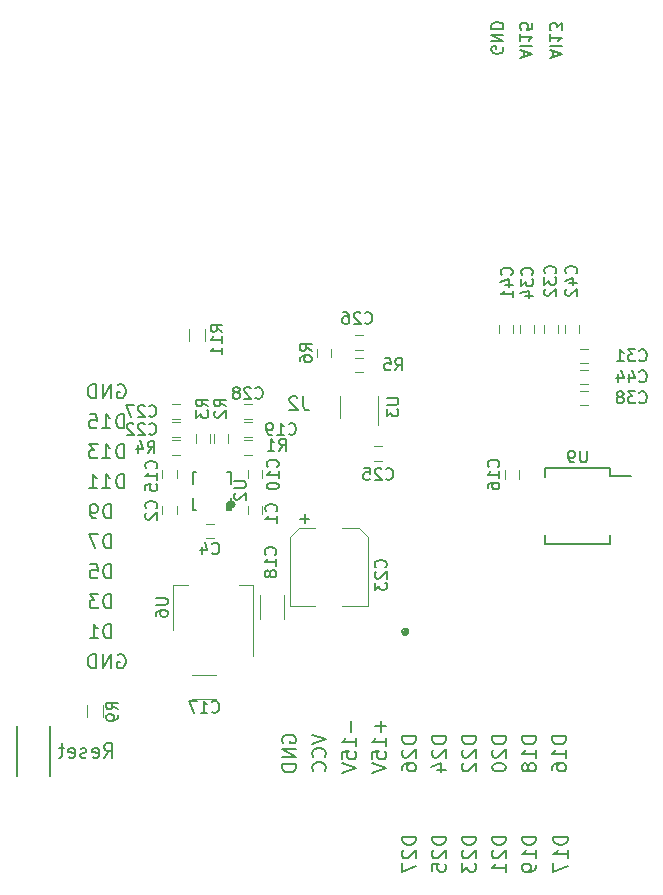
<source format=gbr>
G04 #@! TF.FileFunction,Legend,Bot*
%FSLAX46Y46*%
G04 Gerber Fmt 4.6, Leading zero omitted, Abs format (unit mm)*
G04 Created by KiCad (PCBNEW 4.0.7) date 07/05/18 17:58:30*
%MOMM*%
%LPD*%
G01*
G04 APERTURE LIST*
%ADD10C,0.050000*%
%ADD11C,0.200000*%
%ADD12C,0.150000*%
%ADD13C,0.120000*%
G04 APERTURE END LIST*
D10*
D11*
X128940000Y-119100715D02*
X128882857Y-118986429D01*
X128882857Y-118815000D01*
X128940000Y-118643572D01*
X129054286Y-118529286D01*
X129168571Y-118472143D01*
X129397143Y-118415000D01*
X129568571Y-118415000D01*
X129797143Y-118472143D01*
X129911429Y-118529286D01*
X130025714Y-118643572D01*
X130082857Y-118815000D01*
X130082857Y-118929286D01*
X130025714Y-119100715D01*
X129968571Y-119157858D01*
X129568571Y-119157858D01*
X129568571Y-118929286D01*
X130082857Y-119672143D02*
X128882857Y-119672143D01*
X130082857Y-120357858D01*
X128882857Y-120357858D01*
X130082857Y-120929286D02*
X128882857Y-120929286D01*
X128882857Y-121215001D01*
X128940000Y-121386429D01*
X129054286Y-121500715D01*
X129168571Y-121557858D01*
X129397143Y-121615001D01*
X129568571Y-121615001D01*
X129797143Y-121557858D01*
X129911429Y-121500715D01*
X130025714Y-121386429D01*
X130082857Y-121215001D01*
X130082857Y-120929286D01*
X131422857Y-118415001D02*
X132622857Y-118815001D01*
X131422857Y-119215001D01*
X132508571Y-120300715D02*
X132565714Y-120243572D01*
X132622857Y-120072143D01*
X132622857Y-119957857D01*
X132565714Y-119786429D01*
X132451429Y-119672143D01*
X132337143Y-119615000D01*
X132108571Y-119557857D01*
X131937143Y-119557857D01*
X131708571Y-119615000D01*
X131594286Y-119672143D01*
X131480000Y-119786429D01*
X131422857Y-119957857D01*
X131422857Y-120072143D01*
X131480000Y-120243572D01*
X131537143Y-120300715D01*
X132508571Y-121500715D02*
X132565714Y-121443572D01*
X132622857Y-121272143D01*
X132622857Y-121157857D01*
X132565714Y-120986429D01*
X132451429Y-120872143D01*
X132337143Y-120815000D01*
X132108571Y-120757857D01*
X131937143Y-120757857D01*
X131708571Y-120815000D01*
X131594286Y-120872143D01*
X131480000Y-120986429D01*
X131422857Y-121157857D01*
X131422857Y-121272143D01*
X131480000Y-121443572D01*
X131537143Y-121500715D01*
X134705714Y-117265715D02*
X134705714Y-118180001D01*
X135162857Y-119380001D02*
X135162857Y-118694286D01*
X135162857Y-119037144D02*
X133962857Y-119037144D01*
X134134286Y-118922858D01*
X134248571Y-118808572D01*
X134305714Y-118694286D01*
X133962857Y-120465715D02*
X133962857Y-119894286D01*
X134534286Y-119837143D01*
X134477143Y-119894286D01*
X134420000Y-120008572D01*
X134420000Y-120294286D01*
X134477143Y-120408572D01*
X134534286Y-120465715D01*
X134648571Y-120522858D01*
X134934286Y-120522858D01*
X135048571Y-120465715D01*
X135105714Y-120408572D01*
X135162857Y-120294286D01*
X135162857Y-120008572D01*
X135105714Y-119894286D01*
X135048571Y-119837143D01*
X133962857Y-120865715D02*
X135162857Y-121265715D01*
X133962857Y-121665715D01*
X137245714Y-117265715D02*
X137245714Y-118180001D01*
X137702857Y-117722858D02*
X136788571Y-117722858D01*
X137702857Y-119380001D02*
X137702857Y-118694286D01*
X137702857Y-119037144D02*
X136502857Y-119037144D01*
X136674286Y-118922858D01*
X136788571Y-118808572D01*
X136845714Y-118694286D01*
X136502857Y-120465715D02*
X136502857Y-119894286D01*
X137074286Y-119837143D01*
X137017143Y-119894286D01*
X136960000Y-120008572D01*
X136960000Y-120294286D01*
X137017143Y-120408572D01*
X137074286Y-120465715D01*
X137188571Y-120522858D01*
X137474286Y-120522858D01*
X137588571Y-120465715D01*
X137645714Y-120408572D01*
X137702857Y-120294286D01*
X137702857Y-120008572D01*
X137645714Y-119894286D01*
X137588571Y-119837143D01*
X136502857Y-120865715D02*
X137702857Y-121265715D01*
X136502857Y-121665715D01*
X153069857Y-127066857D02*
X151869857Y-127066857D01*
X151869857Y-127352572D01*
X151927000Y-127524000D01*
X152041286Y-127638286D01*
X152155571Y-127695429D01*
X152384143Y-127752572D01*
X152555571Y-127752572D01*
X152784143Y-127695429D01*
X152898429Y-127638286D01*
X153012714Y-127524000D01*
X153069857Y-127352572D01*
X153069857Y-127066857D01*
X153069857Y-128895429D02*
X153069857Y-128209714D01*
X153069857Y-128552572D02*
X151869857Y-128552572D01*
X152041286Y-128438286D01*
X152155571Y-128324000D01*
X152212714Y-128209714D01*
X151869857Y-129295429D02*
X151869857Y-130095429D01*
X153069857Y-129581143D01*
X150402857Y-127066857D02*
X149202857Y-127066857D01*
X149202857Y-127352572D01*
X149260000Y-127524000D01*
X149374286Y-127638286D01*
X149488571Y-127695429D01*
X149717143Y-127752572D01*
X149888571Y-127752572D01*
X150117143Y-127695429D01*
X150231429Y-127638286D01*
X150345714Y-127524000D01*
X150402857Y-127352572D01*
X150402857Y-127066857D01*
X150402857Y-128895429D02*
X150402857Y-128209714D01*
X150402857Y-128552572D02*
X149202857Y-128552572D01*
X149374286Y-128438286D01*
X149488571Y-128324000D01*
X149545714Y-128209714D01*
X150402857Y-129466857D02*
X150402857Y-129695429D01*
X150345714Y-129809714D01*
X150288571Y-129866857D01*
X150117143Y-129981143D01*
X149888571Y-130038286D01*
X149431429Y-130038286D01*
X149317143Y-129981143D01*
X149260000Y-129924000D01*
X149202857Y-129809714D01*
X149202857Y-129581143D01*
X149260000Y-129466857D01*
X149317143Y-129409714D01*
X149431429Y-129352571D01*
X149717143Y-129352571D01*
X149831429Y-129409714D01*
X149888571Y-129466857D01*
X149945714Y-129581143D01*
X149945714Y-129809714D01*
X149888571Y-129924000D01*
X149831429Y-129981143D01*
X149717143Y-130038286D01*
X147862857Y-127066857D02*
X146662857Y-127066857D01*
X146662857Y-127352572D01*
X146720000Y-127524000D01*
X146834286Y-127638286D01*
X146948571Y-127695429D01*
X147177143Y-127752572D01*
X147348571Y-127752572D01*
X147577143Y-127695429D01*
X147691429Y-127638286D01*
X147805714Y-127524000D01*
X147862857Y-127352572D01*
X147862857Y-127066857D01*
X146777143Y-128209714D02*
X146720000Y-128266857D01*
X146662857Y-128381143D01*
X146662857Y-128666857D01*
X146720000Y-128781143D01*
X146777143Y-128838286D01*
X146891429Y-128895429D01*
X147005714Y-128895429D01*
X147177143Y-128838286D01*
X147862857Y-128152572D01*
X147862857Y-128895429D01*
X147862857Y-130038286D02*
X147862857Y-129352571D01*
X147862857Y-129695429D02*
X146662857Y-129695429D01*
X146834286Y-129581143D01*
X146948571Y-129466857D01*
X147005714Y-129352571D01*
X145322857Y-127066857D02*
X144122857Y-127066857D01*
X144122857Y-127352572D01*
X144180000Y-127524000D01*
X144294286Y-127638286D01*
X144408571Y-127695429D01*
X144637143Y-127752572D01*
X144808571Y-127752572D01*
X145037143Y-127695429D01*
X145151429Y-127638286D01*
X145265714Y-127524000D01*
X145322857Y-127352572D01*
X145322857Y-127066857D01*
X144237143Y-128209714D02*
X144180000Y-128266857D01*
X144122857Y-128381143D01*
X144122857Y-128666857D01*
X144180000Y-128781143D01*
X144237143Y-128838286D01*
X144351429Y-128895429D01*
X144465714Y-128895429D01*
X144637143Y-128838286D01*
X145322857Y-128152572D01*
X145322857Y-128895429D01*
X144122857Y-129295429D02*
X144122857Y-130038286D01*
X144580000Y-129638286D01*
X144580000Y-129809714D01*
X144637143Y-129924000D01*
X144694286Y-129981143D01*
X144808571Y-130038286D01*
X145094286Y-130038286D01*
X145208571Y-129981143D01*
X145265714Y-129924000D01*
X145322857Y-129809714D01*
X145322857Y-129466857D01*
X145265714Y-129352571D01*
X145208571Y-129295429D01*
X142782857Y-127066857D02*
X141582857Y-127066857D01*
X141582857Y-127352572D01*
X141640000Y-127524000D01*
X141754286Y-127638286D01*
X141868571Y-127695429D01*
X142097143Y-127752572D01*
X142268571Y-127752572D01*
X142497143Y-127695429D01*
X142611429Y-127638286D01*
X142725714Y-127524000D01*
X142782857Y-127352572D01*
X142782857Y-127066857D01*
X141697143Y-128209714D02*
X141640000Y-128266857D01*
X141582857Y-128381143D01*
X141582857Y-128666857D01*
X141640000Y-128781143D01*
X141697143Y-128838286D01*
X141811429Y-128895429D01*
X141925714Y-128895429D01*
X142097143Y-128838286D01*
X142782857Y-128152572D01*
X142782857Y-128895429D01*
X141582857Y-129981143D02*
X141582857Y-129409714D01*
X142154286Y-129352571D01*
X142097143Y-129409714D01*
X142040000Y-129524000D01*
X142040000Y-129809714D01*
X142097143Y-129924000D01*
X142154286Y-129981143D01*
X142268571Y-130038286D01*
X142554286Y-130038286D01*
X142668571Y-129981143D01*
X142725714Y-129924000D01*
X142782857Y-129809714D01*
X142782857Y-129524000D01*
X142725714Y-129409714D01*
X142668571Y-129352571D01*
X140242857Y-127066857D02*
X139042857Y-127066857D01*
X139042857Y-127352572D01*
X139100000Y-127524000D01*
X139214286Y-127638286D01*
X139328571Y-127695429D01*
X139557143Y-127752572D01*
X139728571Y-127752572D01*
X139957143Y-127695429D01*
X140071429Y-127638286D01*
X140185714Y-127524000D01*
X140242857Y-127352572D01*
X140242857Y-127066857D01*
X139157143Y-128209714D02*
X139100000Y-128266857D01*
X139042857Y-128381143D01*
X139042857Y-128666857D01*
X139100000Y-128781143D01*
X139157143Y-128838286D01*
X139271429Y-128895429D01*
X139385714Y-128895429D01*
X139557143Y-128838286D01*
X140242857Y-128152572D01*
X140242857Y-128895429D01*
X139042857Y-129295429D02*
X139042857Y-130095429D01*
X140242857Y-129581143D01*
X140242857Y-118557857D02*
X139042857Y-118557857D01*
X139042857Y-118843572D01*
X139100000Y-119015000D01*
X139214286Y-119129286D01*
X139328571Y-119186429D01*
X139557143Y-119243572D01*
X139728571Y-119243572D01*
X139957143Y-119186429D01*
X140071429Y-119129286D01*
X140185714Y-119015000D01*
X140242857Y-118843572D01*
X140242857Y-118557857D01*
X139157143Y-119700714D02*
X139100000Y-119757857D01*
X139042857Y-119872143D01*
X139042857Y-120157857D01*
X139100000Y-120272143D01*
X139157143Y-120329286D01*
X139271429Y-120386429D01*
X139385714Y-120386429D01*
X139557143Y-120329286D01*
X140242857Y-119643572D01*
X140242857Y-120386429D01*
X139042857Y-121415000D02*
X139042857Y-121186429D01*
X139100000Y-121072143D01*
X139157143Y-121015000D01*
X139328571Y-120900714D01*
X139557143Y-120843571D01*
X140014286Y-120843571D01*
X140128571Y-120900714D01*
X140185714Y-120957857D01*
X140242857Y-121072143D01*
X140242857Y-121300714D01*
X140185714Y-121415000D01*
X140128571Y-121472143D01*
X140014286Y-121529286D01*
X139728571Y-121529286D01*
X139614286Y-121472143D01*
X139557143Y-121415000D01*
X139500000Y-121300714D01*
X139500000Y-121072143D01*
X139557143Y-120957857D01*
X139614286Y-120900714D01*
X139728571Y-120843571D01*
X142782857Y-118557857D02*
X141582857Y-118557857D01*
X141582857Y-118843572D01*
X141640000Y-119015000D01*
X141754286Y-119129286D01*
X141868571Y-119186429D01*
X142097143Y-119243572D01*
X142268571Y-119243572D01*
X142497143Y-119186429D01*
X142611429Y-119129286D01*
X142725714Y-119015000D01*
X142782857Y-118843572D01*
X142782857Y-118557857D01*
X141697143Y-119700714D02*
X141640000Y-119757857D01*
X141582857Y-119872143D01*
X141582857Y-120157857D01*
X141640000Y-120272143D01*
X141697143Y-120329286D01*
X141811429Y-120386429D01*
X141925714Y-120386429D01*
X142097143Y-120329286D01*
X142782857Y-119643572D01*
X142782857Y-120386429D01*
X141982857Y-121415000D02*
X142782857Y-121415000D01*
X141525714Y-121129286D02*
X142382857Y-120843571D01*
X142382857Y-121586429D01*
X145322857Y-118557857D02*
X144122857Y-118557857D01*
X144122857Y-118843572D01*
X144180000Y-119015000D01*
X144294286Y-119129286D01*
X144408571Y-119186429D01*
X144637143Y-119243572D01*
X144808571Y-119243572D01*
X145037143Y-119186429D01*
X145151429Y-119129286D01*
X145265714Y-119015000D01*
X145322857Y-118843572D01*
X145322857Y-118557857D01*
X144237143Y-119700714D02*
X144180000Y-119757857D01*
X144122857Y-119872143D01*
X144122857Y-120157857D01*
X144180000Y-120272143D01*
X144237143Y-120329286D01*
X144351429Y-120386429D01*
X144465714Y-120386429D01*
X144637143Y-120329286D01*
X145322857Y-119643572D01*
X145322857Y-120386429D01*
X144237143Y-120843571D02*
X144180000Y-120900714D01*
X144122857Y-121015000D01*
X144122857Y-121300714D01*
X144180000Y-121415000D01*
X144237143Y-121472143D01*
X144351429Y-121529286D01*
X144465714Y-121529286D01*
X144637143Y-121472143D01*
X145322857Y-120786429D01*
X145322857Y-121529286D01*
X147862857Y-118557857D02*
X146662857Y-118557857D01*
X146662857Y-118843572D01*
X146720000Y-119015000D01*
X146834286Y-119129286D01*
X146948571Y-119186429D01*
X147177143Y-119243572D01*
X147348571Y-119243572D01*
X147577143Y-119186429D01*
X147691429Y-119129286D01*
X147805714Y-119015000D01*
X147862857Y-118843572D01*
X147862857Y-118557857D01*
X146777143Y-119700714D02*
X146720000Y-119757857D01*
X146662857Y-119872143D01*
X146662857Y-120157857D01*
X146720000Y-120272143D01*
X146777143Y-120329286D01*
X146891429Y-120386429D01*
X147005714Y-120386429D01*
X147177143Y-120329286D01*
X147862857Y-119643572D01*
X147862857Y-120386429D01*
X146662857Y-121129286D02*
X146662857Y-121243571D01*
X146720000Y-121357857D01*
X146777143Y-121415000D01*
X146891429Y-121472143D01*
X147120000Y-121529286D01*
X147405714Y-121529286D01*
X147634286Y-121472143D01*
X147748571Y-121415000D01*
X147805714Y-121357857D01*
X147862857Y-121243571D01*
X147862857Y-121129286D01*
X147805714Y-121015000D01*
X147748571Y-120957857D01*
X147634286Y-120900714D01*
X147405714Y-120843571D01*
X147120000Y-120843571D01*
X146891429Y-120900714D01*
X146777143Y-120957857D01*
X146720000Y-121015000D01*
X146662857Y-121129286D01*
X150402857Y-118557857D02*
X149202857Y-118557857D01*
X149202857Y-118843572D01*
X149260000Y-119015000D01*
X149374286Y-119129286D01*
X149488571Y-119186429D01*
X149717143Y-119243572D01*
X149888571Y-119243572D01*
X150117143Y-119186429D01*
X150231429Y-119129286D01*
X150345714Y-119015000D01*
X150402857Y-118843572D01*
X150402857Y-118557857D01*
X150402857Y-120386429D02*
X150402857Y-119700714D01*
X150402857Y-120043572D02*
X149202857Y-120043572D01*
X149374286Y-119929286D01*
X149488571Y-119815000D01*
X149545714Y-119700714D01*
X149717143Y-121072143D02*
X149660000Y-120957857D01*
X149602857Y-120900714D01*
X149488571Y-120843571D01*
X149431429Y-120843571D01*
X149317143Y-120900714D01*
X149260000Y-120957857D01*
X149202857Y-121072143D01*
X149202857Y-121300714D01*
X149260000Y-121415000D01*
X149317143Y-121472143D01*
X149431429Y-121529286D01*
X149488571Y-121529286D01*
X149602857Y-121472143D01*
X149660000Y-121415000D01*
X149717143Y-121300714D01*
X149717143Y-121072143D01*
X149774286Y-120957857D01*
X149831429Y-120900714D01*
X149945714Y-120843571D01*
X150174286Y-120843571D01*
X150288571Y-120900714D01*
X150345714Y-120957857D01*
X150402857Y-121072143D01*
X150402857Y-121300714D01*
X150345714Y-121415000D01*
X150288571Y-121472143D01*
X150174286Y-121529286D01*
X149945714Y-121529286D01*
X149831429Y-121472143D01*
X149774286Y-121415000D01*
X149717143Y-121300714D01*
X152942857Y-118557857D02*
X151742857Y-118557857D01*
X151742857Y-118843572D01*
X151800000Y-119015000D01*
X151914286Y-119129286D01*
X152028571Y-119186429D01*
X152257143Y-119243572D01*
X152428571Y-119243572D01*
X152657143Y-119186429D01*
X152771429Y-119129286D01*
X152885714Y-119015000D01*
X152942857Y-118843572D01*
X152942857Y-118557857D01*
X152942857Y-120386429D02*
X152942857Y-119700714D01*
X152942857Y-120043572D02*
X151742857Y-120043572D01*
X151914286Y-119929286D01*
X152028571Y-119815000D01*
X152085714Y-119700714D01*
X151742857Y-121415000D02*
X151742857Y-121186429D01*
X151800000Y-121072143D01*
X151857143Y-121015000D01*
X152028571Y-120900714D01*
X152257143Y-120843571D01*
X152714286Y-120843571D01*
X152828571Y-120900714D01*
X152885714Y-120957857D01*
X152942857Y-121072143D01*
X152942857Y-121300714D01*
X152885714Y-121415000D01*
X152828571Y-121472143D01*
X152714286Y-121529286D01*
X152428571Y-121529286D01*
X152314286Y-121472143D01*
X152257143Y-121415000D01*
X152200000Y-121300714D01*
X152200000Y-121072143D01*
X152257143Y-120957857D01*
X152314286Y-120900714D01*
X152428571Y-120843571D01*
X113817213Y-120367357D02*
X114217213Y-119795929D01*
X114502928Y-120367357D02*
X114502928Y-119167357D01*
X114045785Y-119167357D01*
X113931499Y-119224500D01*
X113874356Y-119281643D01*
X113817213Y-119395929D01*
X113817213Y-119567357D01*
X113874356Y-119681643D01*
X113931499Y-119738786D01*
X114045785Y-119795929D01*
X114502928Y-119795929D01*
X112845785Y-120310214D02*
X112960071Y-120367357D01*
X113188642Y-120367357D01*
X113302928Y-120310214D01*
X113360071Y-120195929D01*
X113360071Y-119738786D01*
X113302928Y-119624500D01*
X113188642Y-119567357D01*
X112960071Y-119567357D01*
X112845785Y-119624500D01*
X112788642Y-119738786D01*
X112788642Y-119853071D01*
X113360071Y-119967357D01*
X112331500Y-120310214D02*
X112217214Y-120367357D01*
X111988642Y-120367357D01*
X111874357Y-120310214D01*
X111817214Y-120195929D01*
X111817214Y-120138786D01*
X111874357Y-120024500D01*
X111988642Y-119967357D01*
X112160071Y-119967357D01*
X112274357Y-119910214D01*
X112331500Y-119795929D01*
X112331500Y-119738786D01*
X112274357Y-119624500D01*
X112160071Y-119567357D01*
X111988642Y-119567357D01*
X111874357Y-119624500D01*
X110845785Y-120310214D02*
X110960071Y-120367357D01*
X111188642Y-120367357D01*
X111302928Y-120310214D01*
X111360071Y-120195929D01*
X111360071Y-119738786D01*
X111302928Y-119624500D01*
X111188642Y-119567357D01*
X110960071Y-119567357D01*
X110845785Y-119624500D01*
X110788642Y-119738786D01*
X110788642Y-119853071D01*
X111360071Y-119967357D01*
X110445785Y-119567357D02*
X109988642Y-119567357D01*
X110274357Y-119167357D02*
X110274357Y-120195929D01*
X110217214Y-120310214D01*
X110102928Y-120367357D01*
X109988642Y-120367357D01*
X130702000Y-89766857D02*
X130702000Y-90624000D01*
X130759142Y-90795429D01*
X130873428Y-90909714D01*
X131044857Y-90966857D01*
X131159142Y-90966857D01*
X130187714Y-89881143D02*
X130130571Y-89824000D01*
X130016285Y-89766857D01*
X129730571Y-89766857D01*
X129616285Y-89824000D01*
X129559142Y-89881143D01*
X129501999Y-89995429D01*
X129501999Y-90109714D01*
X129559142Y-90281143D01*
X130244856Y-90966857D01*
X129501999Y-90966857D01*
D12*
X139602981Y-109728000D02*
G75*
G03X139602981Y-109728000I-283981J0D01*
G01*
X139498605Y-109728000D02*
G75*
G03X139498605Y-109728000I-179605J0D01*
G01*
X124870981Y-98933000D02*
G75*
G03X124870981Y-98933000I-283981J0D01*
G01*
X124714000Y-98933000D02*
G75*
G03X124714000Y-98933000I-127000J0D01*
G01*
D11*
X114960285Y-111668000D02*
X115074571Y-111610857D01*
X115246000Y-111610857D01*
X115417428Y-111668000D01*
X115531714Y-111782286D01*
X115588857Y-111896571D01*
X115646000Y-112125143D01*
X115646000Y-112296571D01*
X115588857Y-112525143D01*
X115531714Y-112639429D01*
X115417428Y-112753714D01*
X115246000Y-112810857D01*
X115131714Y-112810857D01*
X114960285Y-112753714D01*
X114903142Y-112696571D01*
X114903142Y-112296571D01*
X115131714Y-112296571D01*
X114388857Y-112810857D02*
X114388857Y-111610857D01*
X113703142Y-112810857D01*
X113703142Y-111610857D01*
X113131714Y-112810857D02*
X113131714Y-111610857D01*
X112845999Y-111610857D01*
X112674571Y-111668000D01*
X112560285Y-111782286D01*
X112503142Y-111896571D01*
X112445999Y-112125143D01*
X112445999Y-112296571D01*
X112503142Y-112525143D01*
X112560285Y-112639429D01*
X112674571Y-112753714D01*
X112845999Y-112810857D01*
X113131714Y-112810857D01*
X114423714Y-110270857D02*
X114423714Y-109070857D01*
X114137999Y-109070857D01*
X113966571Y-109128000D01*
X113852285Y-109242286D01*
X113795142Y-109356571D01*
X113737999Y-109585143D01*
X113737999Y-109756571D01*
X113795142Y-109985143D01*
X113852285Y-110099429D01*
X113966571Y-110213714D01*
X114137999Y-110270857D01*
X114423714Y-110270857D01*
X112595142Y-110270857D02*
X113280857Y-110270857D01*
X112937999Y-110270857D02*
X112937999Y-109070857D01*
X113052285Y-109242286D01*
X113166571Y-109356571D01*
X113280857Y-109413714D01*
X114423714Y-107730857D02*
X114423714Y-106530857D01*
X114137999Y-106530857D01*
X113966571Y-106588000D01*
X113852285Y-106702286D01*
X113795142Y-106816571D01*
X113737999Y-107045143D01*
X113737999Y-107216571D01*
X113795142Y-107445143D01*
X113852285Y-107559429D01*
X113966571Y-107673714D01*
X114137999Y-107730857D01*
X114423714Y-107730857D01*
X113337999Y-106530857D02*
X112595142Y-106530857D01*
X112995142Y-106988000D01*
X112823714Y-106988000D01*
X112709428Y-107045143D01*
X112652285Y-107102286D01*
X112595142Y-107216571D01*
X112595142Y-107502286D01*
X112652285Y-107616571D01*
X112709428Y-107673714D01*
X112823714Y-107730857D01*
X113166571Y-107730857D01*
X113280857Y-107673714D01*
X113337999Y-107616571D01*
X114423714Y-105190857D02*
X114423714Y-103990857D01*
X114137999Y-103990857D01*
X113966571Y-104048000D01*
X113852285Y-104162286D01*
X113795142Y-104276571D01*
X113737999Y-104505143D01*
X113737999Y-104676571D01*
X113795142Y-104905143D01*
X113852285Y-105019429D01*
X113966571Y-105133714D01*
X114137999Y-105190857D01*
X114423714Y-105190857D01*
X112652285Y-103990857D02*
X113223714Y-103990857D01*
X113280857Y-104562286D01*
X113223714Y-104505143D01*
X113109428Y-104448000D01*
X112823714Y-104448000D01*
X112709428Y-104505143D01*
X112652285Y-104562286D01*
X112595142Y-104676571D01*
X112595142Y-104962286D01*
X112652285Y-105076571D01*
X112709428Y-105133714D01*
X112823714Y-105190857D01*
X113109428Y-105190857D01*
X113223714Y-105133714D01*
X113280857Y-105076571D01*
X114423714Y-102650857D02*
X114423714Y-101450857D01*
X114137999Y-101450857D01*
X113966571Y-101508000D01*
X113852285Y-101622286D01*
X113795142Y-101736571D01*
X113737999Y-101965143D01*
X113737999Y-102136571D01*
X113795142Y-102365143D01*
X113852285Y-102479429D01*
X113966571Y-102593714D01*
X114137999Y-102650857D01*
X114423714Y-102650857D01*
X113337999Y-101450857D02*
X112537999Y-101450857D01*
X113052285Y-102650857D01*
X114423714Y-100110857D02*
X114423714Y-98910857D01*
X114137999Y-98910857D01*
X113966571Y-98968000D01*
X113852285Y-99082286D01*
X113795142Y-99196571D01*
X113737999Y-99425143D01*
X113737999Y-99596571D01*
X113795142Y-99825143D01*
X113852285Y-99939429D01*
X113966571Y-100053714D01*
X114137999Y-100110857D01*
X114423714Y-100110857D01*
X113166571Y-100110857D02*
X112937999Y-100110857D01*
X112823714Y-100053714D01*
X112766571Y-99996571D01*
X112652285Y-99825143D01*
X112595142Y-99596571D01*
X112595142Y-99139429D01*
X112652285Y-99025143D01*
X112709428Y-98968000D01*
X112823714Y-98910857D01*
X113052285Y-98910857D01*
X113166571Y-98968000D01*
X113223714Y-99025143D01*
X113280857Y-99139429D01*
X113280857Y-99425143D01*
X113223714Y-99539429D01*
X113166571Y-99596571D01*
X113052285Y-99653714D01*
X112823714Y-99653714D01*
X112709428Y-99596571D01*
X112652285Y-99539429D01*
X112595142Y-99425143D01*
X115503143Y-97570857D02*
X115503143Y-96370857D01*
X115217428Y-96370857D01*
X115046000Y-96428000D01*
X114931714Y-96542286D01*
X114874571Y-96656571D01*
X114817428Y-96885143D01*
X114817428Y-97056571D01*
X114874571Y-97285143D01*
X114931714Y-97399429D01*
X115046000Y-97513714D01*
X115217428Y-97570857D01*
X115503143Y-97570857D01*
X113674571Y-97570857D02*
X114360286Y-97570857D01*
X114017428Y-97570857D02*
X114017428Y-96370857D01*
X114131714Y-96542286D01*
X114246000Y-96656571D01*
X114360286Y-96713714D01*
X112531714Y-97570857D02*
X113217429Y-97570857D01*
X112874571Y-97570857D02*
X112874571Y-96370857D01*
X112988857Y-96542286D01*
X113103143Y-96656571D01*
X113217429Y-96713714D01*
X115503143Y-95030857D02*
X115503143Y-93830857D01*
X115217428Y-93830857D01*
X115046000Y-93888000D01*
X114931714Y-94002286D01*
X114874571Y-94116571D01*
X114817428Y-94345143D01*
X114817428Y-94516571D01*
X114874571Y-94745143D01*
X114931714Y-94859429D01*
X115046000Y-94973714D01*
X115217428Y-95030857D01*
X115503143Y-95030857D01*
X113674571Y-95030857D02*
X114360286Y-95030857D01*
X114017428Y-95030857D02*
X114017428Y-93830857D01*
X114131714Y-94002286D01*
X114246000Y-94116571D01*
X114360286Y-94173714D01*
X113274571Y-93830857D02*
X112531714Y-93830857D01*
X112931714Y-94288000D01*
X112760286Y-94288000D01*
X112646000Y-94345143D01*
X112588857Y-94402286D01*
X112531714Y-94516571D01*
X112531714Y-94802286D01*
X112588857Y-94916571D01*
X112646000Y-94973714D01*
X112760286Y-95030857D01*
X113103143Y-95030857D01*
X113217429Y-94973714D01*
X113274571Y-94916571D01*
X115503143Y-92490857D02*
X115503143Y-91290857D01*
X115217428Y-91290857D01*
X115046000Y-91348000D01*
X114931714Y-91462286D01*
X114874571Y-91576571D01*
X114817428Y-91805143D01*
X114817428Y-91976571D01*
X114874571Y-92205143D01*
X114931714Y-92319429D01*
X115046000Y-92433714D01*
X115217428Y-92490857D01*
X115503143Y-92490857D01*
X113674571Y-92490857D02*
X114360286Y-92490857D01*
X114017428Y-92490857D02*
X114017428Y-91290857D01*
X114131714Y-91462286D01*
X114246000Y-91576571D01*
X114360286Y-91633714D01*
X112588857Y-91290857D02*
X113160286Y-91290857D01*
X113217429Y-91862286D01*
X113160286Y-91805143D01*
X113046000Y-91748000D01*
X112760286Y-91748000D01*
X112646000Y-91805143D01*
X112588857Y-91862286D01*
X112531714Y-91976571D01*
X112531714Y-92262286D01*
X112588857Y-92376571D01*
X112646000Y-92433714D01*
X112760286Y-92490857D01*
X113046000Y-92490857D01*
X113160286Y-92433714D01*
X113217429Y-92376571D01*
X114960285Y-88808000D02*
X115074571Y-88750857D01*
X115246000Y-88750857D01*
X115417428Y-88808000D01*
X115531714Y-88922286D01*
X115588857Y-89036571D01*
X115646000Y-89265143D01*
X115646000Y-89436571D01*
X115588857Y-89665143D01*
X115531714Y-89779429D01*
X115417428Y-89893714D01*
X115246000Y-89950857D01*
X115131714Y-89950857D01*
X114960285Y-89893714D01*
X114903142Y-89836571D01*
X114903142Y-89436571D01*
X115131714Y-89436571D01*
X114388857Y-89950857D02*
X114388857Y-88750857D01*
X113703142Y-89950857D01*
X113703142Y-88750857D01*
X113131714Y-89950857D02*
X113131714Y-88750857D01*
X112845999Y-88750857D01*
X112674571Y-88808000D01*
X112560285Y-88922286D01*
X112503142Y-89036571D01*
X112445999Y-89265143D01*
X112445999Y-89436571D01*
X112503142Y-89665143D01*
X112560285Y-89779429D01*
X112674571Y-89893714D01*
X112845999Y-89950857D01*
X113131714Y-89950857D01*
X147566000Y-60197904D02*
X147613619Y-60293142D01*
X147613619Y-60435999D01*
X147566000Y-60578857D01*
X147470762Y-60674095D01*
X147375524Y-60721714D01*
X147185048Y-60769333D01*
X147042190Y-60769333D01*
X146851714Y-60721714D01*
X146756476Y-60674095D01*
X146661238Y-60578857D01*
X146613619Y-60435999D01*
X146613619Y-60340761D01*
X146661238Y-60197904D01*
X146708857Y-60150285D01*
X147042190Y-60150285D01*
X147042190Y-60340761D01*
X146613619Y-59721714D02*
X147613619Y-59721714D01*
X146613619Y-59150285D01*
X147613619Y-59150285D01*
X146613619Y-58674095D02*
X147613619Y-58674095D01*
X147613619Y-58436000D01*
X147566000Y-58293142D01*
X147470762Y-58197904D01*
X147375524Y-58150285D01*
X147185048Y-58102666D01*
X147042190Y-58102666D01*
X146851714Y-58150285D01*
X146756476Y-58197904D01*
X146661238Y-58293142D01*
X146613619Y-58436000D01*
X146613619Y-58674095D01*
X151843333Y-61028571D02*
X151843333Y-60552380D01*
X151557619Y-61123809D02*
X152557619Y-60790476D01*
X151557619Y-60457142D01*
X151557619Y-60123809D02*
X152557619Y-60123809D01*
X151557619Y-59123809D02*
X151557619Y-59695238D01*
X151557619Y-59409524D02*
X152557619Y-59409524D01*
X152414762Y-59504762D01*
X152319524Y-59600000D01*
X152271905Y-59695238D01*
X152557619Y-58790476D02*
X152557619Y-58171428D01*
X152176667Y-58504762D01*
X152176667Y-58361904D01*
X152129048Y-58266666D01*
X152081429Y-58219047D01*
X151986190Y-58171428D01*
X151748095Y-58171428D01*
X151652857Y-58219047D01*
X151605238Y-58266666D01*
X151557619Y-58361904D01*
X151557619Y-58647619D01*
X151605238Y-58742857D01*
X151652857Y-58790476D01*
X149353333Y-61008571D02*
X149353333Y-60532380D01*
X149067619Y-61103809D02*
X150067619Y-60770476D01*
X149067619Y-60437142D01*
X149067619Y-60103809D02*
X150067619Y-60103809D01*
X149067619Y-59103809D02*
X149067619Y-59675238D01*
X149067619Y-59389524D02*
X150067619Y-59389524D01*
X149924762Y-59484762D01*
X149829524Y-59580000D01*
X149781905Y-59675238D01*
X150067619Y-58199047D02*
X150067619Y-58675238D01*
X149591429Y-58722857D01*
X149639048Y-58675238D01*
X149686667Y-58580000D01*
X149686667Y-58341904D01*
X149639048Y-58246666D01*
X149591429Y-58199047D01*
X149496190Y-58151428D01*
X149258095Y-58151428D01*
X149162857Y-58199047D01*
X149115238Y-58246666D01*
X149067619Y-58341904D01*
X149067619Y-58580000D01*
X149115238Y-58675238D01*
X149162857Y-58722857D01*
D12*
X124336000Y-98790000D02*
X124336000Y-99290000D01*
X124336000Y-99290000D02*
X124436000Y-99290000D01*
X124436000Y-99290000D02*
X124436000Y-98890000D01*
X124236000Y-99390000D02*
X124236000Y-98790000D01*
X124236000Y-98790000D02*
X124436000Y-98790000D01*
X121336000Y-96190000D02*
X121636000Y-96190000D01*
X121336000Y-99390000D02*
X121636000Y-99390000D01*
X124536000Y-96190000D02*
X124236000Y-96190000D01*
X124536000Y-99390000D02*
X124236000Y-99390000D01*
X121336000Y-97190000D02*
X121336000Y-96190000D01*
X124536000Y-97190000D02*
X124536000Y-96190000D01*
X121336000Y-99390000D02*
X121336000Y-98390000D01*
X124536000Y-99390000D02*
X124536000Y-98390000D01*
D13*
X119538000Y-91659000D02*
X120238000Y-91659000D01*
X120238000Y-90459000D02*
X119538000Y-90459000D01*
X126334000Y-90459000D02*
X125634000Y-90459000D01*
X125634000Y-91659000D02*
X126334000Y-91659000D01*
X154782000Y-89316000D02*
X154082000Y-89316000D01*
X154082000Y-90516000D02*
X154782000Y-90516000D01*
X148936000Y-96743000D02*
X148936000Y-96043000D01*
X147736000Y-96043000D02*
X147736000Y-96743000D01*
X125634000Y-93183000D02*
X126334000Y-93183000D01*
X126334000Y-91983000D02*
X125634000Y-91983000D01*
X119538000Y-93183000D02*
X120238000Y-93183000D01*
X120238000Y-91983000D02*
X119538000Y-91983000D01*
X112350000Y-115895500D02*
X112350000Y-116895500D01*
X113710000Y-116895500D02*
X113710000Y-115895500D01*
X123139950Y-100612650D02*
X122439950Y-100612650D01*
X122439950Y-101812650D02*
X123139950Y-101812650D01*
X154782000Y-85760000D02*
X154082000Y-85760000D01*
X154082000Y-86960000D02*
X154782000Y-86960000D01*
X151038000Y-83724000D02*
X151038000Y-84424000D01*
X152238000Y-84424000D02*
X152238000Y-83724000D01*
X149006000Y-83724000D02*
X149006000Y-84424000D01*
X150206000Y-84424000D02*
X150206000Y-83724000D01*
X147228000Y-83724000D02*
X147228000Y-84424000D01*
X148428000Y-84424000D02*
X148428000Y-83724000D01*
X152816000Y-83724000D02*
X152816000Y-84424000D01*
X154016000Y-84424000D02*
X154016000Y-83724000D01*
X154782000Y-87538000D02*
X154082000Y-87538000D01*
X154082000Y-88738000D02*
X154782000Y-88738000D01*
X125999950Y-99084650D02*
X125999950Y-99784650D01*
X127199950Y-99784650D02*
X127199950Y-99084650D01*
X119960950Y-99784650D02*
X119960950Y-99084650D01*
X118760950Y-99084650D02*
X118760950Y-99784650D01*
X127199950Y-96736650D02*
X127199950Y-96036650D01*
X125999950Y-96036650D02*
X125999950Y-96736650D01*
X118760950Y-96036650D02*
X118760950Y-96736650D01*
X119960950Y-96736650D02*
X119960950Y-96036650D01*
X119653000Y-105786000D02*
X120913000Y-105786000D01*
X126473000Y-105786000D02*
X125213000Y-105786000D01*
X119653000Y-109546000D02*
X119653000Y-105786000D01*
X126473000Y-111796000D02*
X126473000Y-105786000D01*
X123301000Y-115383500D02*
X121301000Y-115383500D01*
X121301000Y-113343500D02*
X123301000Y-113343500D01*
X126996000Y-108632500D02*
X126996000Y-106632500D01*
X129036000Y-106632500D02*
X129036000Y-108632500D01*
D12*
X106423000Y-117724500D02*
X106423000Y-121924500D01*
X109223000Y-121924500D02*
X109223000Y-117724500D01*
D13*
X122346000Y-85082000D02*
X122346000Y-84082000D01*
X120986000Y-84082000D02*
X120986000Y-85082000D01*
X135382000Y-100967000D02*
X133962000Y-100967000D01*
X136142000Y-107567000D02*
X133962000Y-107567000D01*
X129542000Y-107567000D02*
X131722000Y-107567000D01*
X130302000Y-100967000D02*
X131722000Y-100967000D01*
X136142000Y-107567000D02*
X136142000Y-101727000D01*
X136142000Y-101727000D02*
X135382000Y-100967000D01*
X130302000Y-100967000D02*
X129542000Y-101727000D01*
X129542000Y-101727000D02*
X129542000Y-107567000D01*
D12*
X156674000Y-95855000D02*
X156674000Y-96510000D01*
X151174000Y-95855000D02*
X151174000Y-96605000D01*
X151174000Y-102265000D02*
X151174000Y-101515000D01*
X156674000Y-102265000D02*
X156674000Y-101515000D01*
X156674000Y-95855000D02*
X151174000Y-95855000D01*
X156674000Y-102265000D02*
X151174000Y-102265000D01*
X156674000Y-96510000D02*
X158424000Y-96510000D01*
D13*
X126334000Y-93507000D02*
X125634000Y-93507000D01*
X125634000Y-94707000D02*
X126334000Y-94707000D01*
X124298000Y-93695000D02*
X124298000Y-92995000D01*
X123098000Y-92995000D02*
X123098000Y-93695000D01*
X122774000Y-93695000D02*
X122774000Y-92995000D01*
X121574000Y-92995000D02*
X121574000Y-93695000D01*
X120238000Y-93507000D02*
X119538000Y-93507000D01*
X119538000Y-94707000D02*
X120238000Y-94707000D01*
X136683000Y-95215000D02*
X137383000Y-95215000D01*
X137383000Y-94015000D02*
X136683000Y-94015000D01*
X135732000Y-84617000D02*
X135032000Y-84617000D01*
X135032000Y-85817000D02*
X135732000Y-85817000D01*
X135732000Y-86522000D02*
X135032000Y-86522000D01*
X135032000Y-87722000D02*
X135732000Y-87722000D01*
X131861000Y-85756000D02*
X131861000Y-86456000D01*
X133061000Y-86456000D02*
X133061000Y-85756000D01*
X133772000Y-91578000D02*
X133772000Y-89778000D01*
X136992000Y-89778000D02*
X136992000Y-92228000D01*
D12*
X124820431Y-96970945D02*
X125629955Y-96970945D01*
X125725193Y-97018564D01*
X125772812Y-97066183D01*
X125820431Y-97161421D01*
X125820431Y-97351898D01*
X125772812Y-97447136D01*
X125725193Y-97494755D01*
X125629955Y-97542374D01*
X124820431Y-97542374D01*
X124915669Y-97970945D02*
X124868050Y-98018564D01*
X124820431Y-98113802D01*
X124820431Y-98351898D01*
X124868050Y-98447136D01*
X124915669Y-98494755D01*
X125010907Y-98542374D01*
X125106145Y-98542374D01*
X125249002Y-98494755D01*
X125820431Y-97923326D01*
X125820431Y-98542374D01*
X117628907Y-91422493D02*
X117676526Y-91470112D01*
X117819383Y-91517731D01*
X117914621Y-91517731D01*
X118057479Y-91470112D01*
X118152717Y-91374874D01*
X118200336Y-91279636D01*
X118247955Y-91089160D01*
X118247955Y-90946302D01*
X118200336Y-90755826D01*
X118152717Y-90660588D01*
X118057479Y-90565350D01*
X117914621Y-90517731D01*
X117819383Y-90517731D01*
X117676526Y-90565350D01*
X117628907Y-90612969D01*
X117247955Y-90612969D02*
X117200336Y-90565350D01*
X117105098Y-90517731D01*
X116867002Y-90517731D01*
X116771764Y-90565350D01*
X116724145Y-90612969D01*
X116676526Y-90708207D01*
X116676526Y-90803445D01*
X116724145Y-90946302D01*
X117295574Y-91517731D01*
X116676526Y-91517731D01*
X116343193Y-90517731D02*
X115676526Y-90517731D01*
X116105098Y-91517731D01*
X126626857Y-89892143D02*
X126674476Y-89939762D01*
X126817333Y-89987381D01*
X126912571Y-89987381D01*
X127055429Y-89939762D01*
X127150667Y-89844524D01*
X127198286Y-89749286D01*
X127245905Y-89558810D01*
X127245905Y-89415952D01*
X127198286Y-89225476D01*
X127150667Y-89130238D01*
X127055429Y-89035000D01*
X126912571Y-88987381D01*
X126817333Y-88987381D01*
X126674476Y-89035000D01*
X126626857Y-89082619D01*
X126245905Y-89082619D02*
X126198286Y-89035000D01*
X126103048Y-88987381D01*
X125864952Y-88987381D01*
X125769714Y-89035000D01*
X125722095Y-89082619D01*
X125674476Y-89177857D01*
X125674476Y-89273095D01*
X125722095Y-89415952D01*
X126293524Y-89987381D01*
X125674476Y-89987381D01*
X125103048Y-89415952D02*
X125198286Y-89368333D01*
X125245905Y-89320714D01*
X125293524Y-89225476D01*
X125293524Y-89177857D01*
X125245905Y-89082619D01*
X125198286Y-89035000D01*
X125103048Y-88987381D01*
X124912571Y-88987381D01*
X124817333Y-89035000D01*
X124769714Y-89082619D01*
X124722095Y-89177857D01*
X124722095Y-89225476D01*
X124769714Y-89320714D01*
X124817333Y-89368333D01*
X124912571Y-89415952D01*
X125103048Y-89415952D01*
X125198286Y-89463571D01*
X125245905Y-89511190D01*
X125293524Y-89606429D01*
X125293524Y-89796905D01*
X125245905Y-89892143D01*
X125198286Y-89939762D01*
X125103048Y-89987381D01*
X124912571Y-89987381D01*
X124817333Y-89939762D01*
X124769714Y-89892143D01*
X124722095Y-89796905D01*
X124722095Y-89606429D01*
X124769714Y-89511190D01*
X124817333Y-89463571D01*
X124912571Y-89415952D01*
X159138857Y-90273143D02*
X159186476Y-90320762D01*
X159329333Y-90368381D01*
X159424571Y-90368381D01*
X159567429Y-90320762D01*
X159662667Y-90225524D01*
X159710286Y-90130286D01*
X159757905Y-89939810D01*
X159757905Y-89796952D01*
X159710286Y-89606476D01*
X159662667Y-89511238D01*
X159567429Y-89416000D01*
X159424571Y-89368381D01*
X159329333Y-89368381D01*
X159186476Y-89416000D01*
X159138857Y-89463619D01*
X158805524Y-89368381D02*
X158186476Y-89368381D01*
X158519810Y-89749333D01*
X158376952Y-89749333D01*
X158281714Y-89796952D01*
X158234095Y-89844571D01*
X158186476Y-89939810D01*
X158186476Y-90177905D01*
X158234095Y-90273143D01*
X158281714Y-90320762D01*
X158376952Y-90368381D01*
X158662667Y-90368381D01*
X158757905Y-90320762D01*
X158805524Y-90273143D01*
X157615048Y-89796952D02*
X157710286Y-89749333D01*
X157757905Y-89701714D01*
X157805524Y-89606476D01*
X157805524Y-89558857D01*
X157757905Y-89463619D01*
X157710286Y-89416000D01*
X157615048Y-89368381D01*
X157424571Y-89368381D01*
X157329333Y-89416000D01*
X157281714Y-89463619D01*
X157234095Y-89558857D01*
X157234095Y-89606476D01*
X157281714Y-89701714D01*
X157329333Y-89749333D01*
X157424571Y-89796952D01*
X157615048Y-89796952D01*
X157710286Y-89844571D01*
X157757905Y-89892190D01*
X157805524Y-89987429D01*
X157805524Y-90177905D01*
X157757905Y-90273143D01*
X157710286Y-90320762D01*
X157615048Y-90368381D01*
X157424571Y-90368381D01*
X157329333Y-90320762D01*
X157281714Y-90273143D01*
X157234095Y-90177905D01*
X157234095Y-89987429D01*
X157281714Y-89892190D01*
X157329333Y-89844571D01*
X157424571Y-89796952D01*
X147193143Y-95750143D02*
X147240762Y-95702524D01*
X147288381Y-95559667D01*
X147288381Y-95464429D01*
X147240762Y-95321571D01*
X147145524Y-95226333D01*
X147050286Y-95178714D01*
X146859810Y-95131095D01*
X146716952Y-95131095D01*
X146526476Y-95178714D01*
X146431238Y-95226333D01*
X146336000Y-95321571D01*
X146288381Y-95464429D01*
X146288381Y-95559667D01*
X146336000Y-95702524D01*
X146383619Y-95750143D01*
X147288381Y-96702524D02*
X147288381Y-96131095D01*
X147288381Y-96416809D02*
X146288381Y-96416809D01*
X146431238Y-96321571D01*
X146526476Y-96226333D01*
X146574095Y-96131095D01*
X146288381Y-97559667D02*
X146288381Y-97369190D01*
X146336000Y-97273952D01*
X146383619Y-97226333D01*
X146526476Y-97131095D01*
X146716952Y-97083476D01*
X147097905Y-97083476D01*
X147193143Y-97131095D01*
X147240762Y-97178714D01*
X147288381Y-97273952D01*
X147288381Y-97464429D01*
X147240762Y-97559667D01*
X147193143Y-97607286D01*
X147097905Y-97654905D01*
X146859810Y-97654905D01*
X146764571Y-97607286D01*
X146716952Y-97559667D01*
X146669333Y-97464429D01*
X146669333Y-97273952D01*
X146716952Y-97178714D01*
X146764571Y-97131095D01*
X146859810Y-97083476D01*
X129439907Y-92946493D02*
X129487526Y-92994112D01*
X129630383Y-93041731D01*
X129725621Y-93041731D01*
X129868479Y-92994112D01*
X129963717Y-92898874D01*
X130011336Y-92803636D01*
X130058955Y-92613160D01*
X130058955Y-92470302D01*
X130011336Y-92279826D01*
X129963717Y-92184588D01*
X129868479Y-92089350D01*
X129725621Y-92041731D01*
X129630383Y-92041731D01*
X129487526Y-92089350D01*
X129439907Y-92136969D01*
X128487526Y-93041731D02*
X129058955Y-93041731D01*
X128773241Y-93041731D02*
X128773241Y-92041731D01*
X128868479Y-92184588D01*
X128963717Y-92279826D01*
X129058955Y-92327445D01*
X128011336Y-93041731D02*
X127820860Y-93041731D01*
X127725621Y-92994112D01*
X127678002Y-92946493D01*
X127582764Y-92803636D01*
X127535145Y-92613160D01*
X127535145Y-92232207D01*
X127582764Y-92136969D01*
X127630383Y-92089350D01*
X127725621Y-92041731D01*
X127916098Y-92041731D01*
X128011336Y-92089350D01*
X128058955Y-92136969D01*
X128106574Y-92232207D01*
X128106574Y-92470302D01*
X128058955Y-92565540D01*
X128011336Y-92613160D01*
X127916098Y-92660779D01*
X127725621Y-92660779D01*
X127630383Y-92613160D01*
X127582764Y-92565540D01*
X127535145Y-92470302D01*
X117628907Y-92946493D02*
X117676526Y-92994112D01*
X117819383Y-93041731D01*
X117914621Y-93041731D01*
X118057479Y-92994112D01*
X118152717Y-92898874D01*
X118200336Y-92803636D01*
X118247955Y-92613160D01*
X118247955Y-92470302D01*
X118200336Y-92279826D01*
X118152717Y-92184588D01*
X118057479Y-92089350D01*
X117914621Y-92041731D01*
X117819383Y-92041731D01*
X117676526Y-92089350D01*
X117628907Y-92136969D01*
X117247955Y-92136969D02*
X117200336Y-92089350D01*
X117105098Y-92041731D01*
X116867002Y-92041731D01*
X116771764Y-92089350D01*
X116724145Y-92136969D01*
X116676526Y-92232207D01*
X116676526Y-92327445D01*
X116724145Y-92470302D01*
X117295574Y-93041731D01*
X116676526Y-93041731D01*
X116295574Y-92136969D02*
X116247955Y-92089350D01*
X116152717Y-92041731D01*
X115914621Y-92041731D01*
X115819383Y-92089350D01*
X115771764Y-92136969D01*
X115724145Y-92232207D01*
X115724145Y-92327445D01*
X115771764Y-92470302D01*
X116343193Y-93041731D01*
X115724145Y-93041731D01*
X115006381Y-116292334D02*
X114530190Y-115959000D01*
X115006381Y-115720905D02*
X114006381Y-115720905D01*
X114006381Y-116101858D01*
X114054000Y-116197096D01*
X114101619Y-116244715D01*
X114196857Y-116292334D01*
X114339714Y-116292334D01*
X114434952Y-116244715D01*
X114482571Y-116197096D01*
X114530190Y-116101858D01*
X114530190Y-115720905D01*
X115006381Y-116768524D02*
X115006381Y-116959000D01*
X114958762Y-117054239D01*
X114911143Y-117101858D01*
X114768286Y-117197096D01*
X114577810Y-117244715D01*
X114196857Y-117244715D01*
X114101619Y-117197096D01*
X114054000Y-117149477D01*
X114006381Y-117054239D01*
X114006381Y-116863762D01*
X114054000Y-116768524D01*
X114101619Y-116720905D01*
X114196857Y-116673286D01*
X114434952Y-116673286D01*
X114530190Y-116720905D01*
X114577810Y-116768524D01*
X114625429Y-116863762D01*
X114625429Y-117054239D01*
X114577810Y-117149477D01*
X114530190Y-117197096D01*
X114434952Y-117244715D01*
X122956616Y-103069793D02*
X123004235Y-103117412D01*
X123147092Y-103165031D01*
X123242330Y-103165031D01*
X123385188Y-103117412D01*
X123480426Y-103022174D01*
X123528045Y-102926936D01*
X123575664Y-102736460D01*
X123575664Y-102593602D01*
X123528045Y-102403126D01*
X123480426Y-102307888D01*
X123385188Y-102212650D01*
X123242330Y-102165031D01*
X123147092Y-102165031D01*
X123004235Y-102212650D01*
X122956616Y-102260269D01*
X122099473Y-102498364D02*
X122099473Y-103165031D01*
X122337569Y-102117412D02*
X122575664Y-102831698D01*
X121956616Y-102831698D01*
X159138857Y-86717143D02*
X159186476Y-86764762D01*
X159329333Y-86812381D01*
X159424571Y-86812381D01*
X159567429Y-86764762D01*
X159662667Y-86669524D01*
X159710286Y-86574286D01*
X159757905Y-86383810D01*
X159757905Y-86240952D01*
X159710286Y-86050476D01*
X159662667Y-85955238D01*
X159567429Y-85860000D01*
X159424571Y-85812381D01*
X159329333Y-85812381D01*
X159186476Y-85860000D01*
X159138857Y-85907619D01*
X158805524Y-85812381D02*
X158186476Y-85812381D01*
X158519810Y-86193333D01*
X158376952Y-86193333D01*
X158281714Y-86240952D01*
X158234095Y-86288571D01*
X158186476Y-86383810D01*
X158186476Y-86621905D01*
X158234095Y-86717143D01*
X158281714Y-86764762D01*
X158376952Y-86812381D01*
X158662667Y-86812381D01*
X158757905Y-86764762D01*
X158805524Y-86717143D01*
X157234095Y-86812381D02*
X157805524Y-86812381D01*
X157519810Y-86812381D02*
X157519810Y-85812381D01*
X157615048Y-85955238D01*
X157710286Y-86050476D01*
X157805524Y-86098095D01*
X151995143Y-79367143D02*
X152042762Y-79319524D01*
X152090381Y-79176667D01*
X152090381Y-79081429D01*
X152042762Y-78938571D01*
X151947524Y-78843333D01*
X151852286Y-78795714D01*
X151661810Y-78748095D01*
X151518952Y-78748095D01*
X151328476Y-78795714D01*
X151233238Y-78843333D01*
X151138000Y-78938571D01*
X151090381Y-79081429D01*
X151090381Y-79176667D01*
X151138000Y-79319524D01*
X151185619Y-79367143D01*
X151090381Y-79700476D02*
X151090381Y-80319524D01*
X151471333Y-79986190D01*
X151471333Y-80129048D01*
X151518952Y-80224286D01*
X151566571Y-80271905D01*
X151661810Y-80319524D01*
X151899905Y-80319524D01*
X151995143Y-80271905D01*
X152042762Y-80224286D01*
X152090381Y-80129048D01*
X152090381Y-79843333D01*
X152042762Y-79748095D01*
X151995143Y-79700476D01*
X151185619Y-80700476D02*
X151138000Y-80748095D01*
X151090381Y-80843333D01*
X151090381Y-81081429D01*
X151138000Y-81176667D01*
X151185619Y-81224286D01*
X151280857Y-81271905D01*
X151376095Y-81271905D01*
X151518952Y-81224286D01*
X152090381Y-80652857D01*
X152090381Y-81271905D01*
X150026643Y-79494143D02*
X150074262Y-79446524D01*
X150121881Y-79303667D01*
X150121881Y-79208429D01*
X150074262Y-79065571D01*
X149979024Y-78970333D01*
X149883786Y-78922714D01*
X149693310Y-78875095D01*
X149550452Y-78875095D01*
X149359976Y-78922714D01*
X149264738Y-78970333D01*
X149169500Y-79065571D01*
X149121881Y-79208429D01*
X149121881Y-79303667D01*
X149169500Y-79446524D01*
X149217119Y-79494143D01*
X149121881Y-79827476D02*
X149121881Y-80446524D01*
X149502833Y-80113190D01*
X149502833Y-80256048D01*
X149550452Y-80351286D01*
X149598071Y-80398905D01*
X149693310Y-80446524D01*
X149931405Y-80446524D01*
X150026643Y-80398905D01*
X150074262Y-80351286D01*
X150121881Y-80256048D01*
X150121881Y-79970333D01*
X150074262Y-79875095D01*
X150026643Y-79827476D01*
X149455214Y-81303667D02*
X150121881Y-81303667D01*
X149074262Y-81065571D02*
X149788548Y-80827476D01*
X149788548Y-81446524D01*
X148312143Y-79494143D02*
X148359762Y-79446524D01*
X148407381Y-79303667D01*
X148407381Y-79208429D01*
X148359762Y-79065571D01*
X148264524Y-78970333D01*
X148169286Y-78922714D01*
X147978810Y-78875095D01*
X147835952Y-78875095D01*
X147645476Y-78922714D01*
X147550238Y-78970333D01*
X147455000Y-79065571D01*
X147407381Y-79208429D01*
X147407381Y-79303667D01*
X147455000Y-79446524D01*
X147502619Y-79494143D01*
X147740714Y-80351286D02*
X148407381Y-80351286D01*
X147359762Y-80113190D02*
X148074048Y-79875095D01*
X148074048Y-80494143D01*
X148407381Y-81398905D02*
X148407381Y-80827476D01*
X148407381Y-81113190D02*
X147407381Y-81113190D01*
X147550238Y-81017952D01*
X147645476Y-80922714D01*
X147693095Y-80827476D01*
X153773143Y-79367143D02*
X153820762Y-79319524D01*
X153868381Y-79176667D01*
X153868381Y-79081429D01*
X153820762Y-78938571D01*
X153725524Y-78843333D01*
X153630286Y-78795714D01*
X153439810Y-78748095D01*
X153296952Y-78748095D01*
X153106476Y-78795714D01*
X153011238Y-78843333D01*
X152916000Y-78938571D01*
X152868381Y-79081429D01*
X152868381Y-79176667D01*
X152916000Y-79319524D01*
X152963619Y-79367143D01*
X153201714Y-80224286D02*
X153868381Y-80224286D01*
X152820762Y-79986190D02*
X153535048Y-79748095D01*
X153535048Y-80367143D01*
X152963619Y-80700476D02*
X152916000Y-80748095D01*
X152868381Y-80843333D01*
X152868381Y-81081429D01*
X152916000Y-81176667D01*
X152963619Y-81224286D01*
X153058857Y-81271905D01*
X153154095Y-81271905D01*
X153296952Y-81224286D01*
X153868381Y-80652857D01*
X153868381Y-81271905D01*
X159138857Y-88495143D02*
X159186476Y-88542762D01*
X159329333Y-88590381D01*
X159424571Y-88590381D01*
X159567429Y-88542762D01*
X159662667Y-88447524D01*
X159710286Y-88352286D01*
X159757905Y-88161810D01*
X159757905Y-88018952D01*
X159710286Y-87828476D01*
X159662667Y-87733238D01*
X159567429Y-87638000D01*
X159424571Y-87590381D01*
X159329333Y-87590381D01*
X159186476Y-87638000D01*
X159138857Y-87685619D01*
X158281714Y-87923714D02*
X158281714Y-88590381D01*
X158519810Y-87542762D02*
X158757905Y-88257048D01*
X158138857Y-88257048D01*
X157329333Y-87923714D02*
X157329333Y-88590381D01*
X157567429Y-87542762D02*
X157805524Y-88257048D01*
X157186476Y-88257048D01*
X128373143Y-99528334D02*
X128420762Y-99480715D01*
X128468381Y-99337858D01*
X128468381Y-99242620D01*
X128420762Y-99099762D01*
X128325524Y-99004524D01*
X128230286Y-98956905D01*
X128039810Y-98909286D01*
X127896952Y-98909286D01*
X127706476Y-98956905D01*
X127611238Y-99004524D01*
X127516000Y-99099762D01*
X127468381Y-99242620D01*
X127468381Y-99337858D01*
X127516000Y-99480715D01*
X127563619Y-99528334D01*
X128468381Y-100480715D02*
X128468381Y-99909286D01*
X128468381Y-100195000D02*
X127468381Y-100195000D01*
X127611238Y-100099762D01*
X127706476Y-100004524D01*
X127754095Y-99909286D01*
X118218093Y-99267984D02*
X118265712Y-99220365D01*
X118313331Y-99077508D01*
X118313331Y-98982270D01*
X118265712Y-98839412D01*
X118170474Y-98744174D01*
X118075236Y-98696555D01*
X117884760Y-98648936D01*
X117741902Y-98648936D01*
X117551426Y-98696555D01*
X117456188Y-98744174D01*
X117360950Y-98839412D01*
X117313331Y-98982270D01*
X117313331Y-99077508D01*
X117360950Y-99220365D01*
X117408569Y-99267984D01*
X117408569Y-99648936D02*
X117360950Y-99696555D01*
X117313331Y-99791793D01*
X117313331Y-100029889D01*
X117360950Y-100125127D01*
X117408569Y-100172746D01*
X117503807Y-100220365D01*
X117599045Y-100220365D01*
X117741902Y-100172746D01*
X118313331Y-99601317D01*
X118313331Y-100220365D01*
X128500143Y-95750143D02*
X128547762Y-95702524D01*
X128595381Y-95559667D01*
X128595381Y-95464429D01*
X128547762Y-95321571D01*
X128452524Y-95226333D01*
X128357286Y-95178714D01*
X128166810Y-95131095D01*
X128023952Y-95131095D01*
X127833476Y-95178714D01*
X127738238Y-95226333D01*
X127643000Y-95321571D01*
X127595381Y-95464429D01*
X127595381Y-95559667D01*
X127643000Y-95702524D01*
X127690619Y-95750143D01*
X128595381Y-96702524D02*
X128595381Y-96131095D01*
X128595381Y-96416809D02*
X127595381Y-96416809D01*
X127738238Y-96321571D01*
X127833476Y-96226333D01*
X127881095Y-96131095D01*
X127595381Y-97321571D02*
X127595381Y-97416810D01*
X127643000Y-97512048D01*
X127690619Y-97559667D01*
X127785857Y-97607286D01*
X127976333Y-97654905D01*
X128214429Y-97654905D01*
X128404905Y-97607286D01*
X128500143Y-97559667D01*
X128547762Y-97512048D01*
X128595381Y-97416810D01*
X128595381Y-97321571D01*
X128547762Y-97226333D01*
X128500143Y-97178714D01*
X128404905Y-97131095D01*
X128214429Y-97083476D01*
X127976333Y-97083476D01*
X127785857Y-97131095D01*
X127690619Y-97178714D01*
X127643000Y-97226333D01*
X127595381Y-97321571D01*
X118213143Y-95877143D02*
X118260762Y-95829524D01*
X118308381Y-95686667D01*
X118308381Y-95591429D01*
X118260762Y-95448571D01*
X118165524Y-95353333D01*
X118070286Y-95305714D01*
X117879810Y-95258095D01*
X117736952Y-95258095D01*
X117546476Y-95305714D01*
X117451238Y-95353333D01*
X117356000Y-95448571D01*
X117308381Y-95591429D01*
X117308381Y-95686667D01*
X117356000Y-95829524D01*
X117403619Y-95877143D01*
X118308381Y-96829524D02*
X118308381Y-96258095D01*
X118308381Y-96543809D02*
X117308381Y-96543809D01*
X117451238Y-96448571D01*
X117546476Y-96353333D01*
X117594095Y-96258095D01*
X117308381Y-97734286D02*
X117308381Y-97258095D01*
X117784571Y-97210476D01*
X117736952Y-97258095D01*
X117689333Y-97353333D01*
X117689333Y-97591429D01*
X117736952Y-97686667D01*
X117784571Y-97734286D01*
X117879810Y-97781905D01*
X118117905Y-97781905D01*
X118213143Y-97734286D01*
X118260762Y-97686667D01*
X118308381Y-97591429D01*
X118308381Y-97353333D01*
X118260762Y-97258095D01*
X118213143Y-97210476D01*
X118197381Y-106870595D02*
X119006905Y-106870595D01*
X119102143Y-106918214D01*
X119149762Y-106965833D01*
X119197381Y-107061071D01*
X119197381Y-107251548D01*
X119149762Y-107346786D01*
X119102143Y-107394405D01*
X119006905Y-107442024D01*
X118197381Y-107442024D01*
X118197381Y-108346786D02*
X118197381Y-108156309D01*
X118245000Y-108061071D01*
X118292619Y-108013452D01*
X118435476Y-107918214D01*
X118625952Y-107870595D01*
X119006905Y-107870595D01*
X119102143Y-107918214D01*
X119149762Y-107965833D01*
X119197381Y-108061071D01*
X119197381Y-108251548D01*
X119149762Y-108346786D01*
X119102143Y-108394405D01*
X119006905Y-108442024D01*
X118768810Y-108442024D01*
X118673571Y-108394405D01*
X118625952Y-108346786D01*
X118578333Y-108251548D01*
X118578333Y-108061071D01*
X118625952Y-107965833D01*
X118673571Y-107918214D01*
X118768810Y-107870595D01*
X122943857Y-116470643D02*
X122991476Y-116518262D01*
X123134333Y-116565881D01*
X123229571Y-116565881D01*
X123372429Y-116518262D01*
X123467667Y-116423024D01*
X123515286Y-116327786D01*
X123562905Y-116137310D01*
X123562905Y-115994452D01*
X123515286Y-115803976D01*
X123467667Y-115708738D01*
X123372429Y-115613500D01*
X123229571Y-115565881D01*
X123134333Y-115565881D01*
X122991476Y-115613500D01*
X122943857Y-115661119D01*
X121991476Y-116565881D02*
X122562905Y-116565881D01*
X122277191Y-116565881D02*
X122277191Y-115565881D01*
X122372429Y-115708738D01*
X122467667Y-115803976D01*
X122562905Y-115851595D01*
X121658143Y-115565881D02*
X120991476Y-115565881D01*
X121420048Y-116565881D01*
X128309643Y-103179643D02*
X128357262Y-103132024D01*
X128404881Y-102989167D01*
X128404881Y-102893929D01*
X128357262Y-102751071D01*
X128262024Y-102655833D01*
X128166786Y-102608214D01*
X127976310Y-102560595D01*
X127833452Y-102560595D01*
X127642976Y-102608214D01*
X127547738Y-102655833D01*
X127452500Y-102751071D01*
X127404881Y-102893929D01*
X127404881Y-102989167D01*
X127452500Y-103132024D01*
X127500119Y-103179643D01*
X128404881Y-104132024D02*
X128404881Y-103560595D01*
X128404881Y-103846309D02*
X127404881Y-103846309D01*
X127547738Y-103751071D01*
X127642976Y-103655833D01*
X127690595Y-103560595D01*
X127833452Y-104703452D02*
X127785833Y-104608214D01*
X127738214Y-104560595D01*
X127642976Y-104512976D01*
X127595357Y-104512976D01*
X127500119Y-104560595D01*
X127452500Y-104608214D01*
X127404881Y-104703452D01*
X127404881Y-104893929D01*
X127452500Y-104989167D01*
X127500119Y-105036786D01*
X127595357Y-105084405D01*
X127642976Y-105084405D01*
X127738214Y-105036786D01*
X127785833Y-104989167D01*
X127833452Y-104893929D01*
X127833452Y-104703452D01*
X127881071Y-104608214D01*
X127928690Y-104560595D01*
X128023929Y-104512976D01*
X128214405Y-104512976D01*
X128309643Y-104560595D01*
X128357262Y-104608214D01*
X128404881Y-104703452D01*
X128404881Y-104893929D01*
X128357262Y-104989167D01*
X128309643Y-105036786D01*
X128214405Y-105084405D01*
X128023929Y-105084405D01*
X127928690Y-105036786D01*
X127881071Y-104989167D01*
X127833452Y-104893929D01*
X123832881Y-84320143D02*
X123356690Y-83986809D01*
X123832881Y-83748714D02*
X122832881Y-83748714D01*
X122832881Y-84129667D01*
X122880500Y-84224905D01*
X122928119Y-84272524D01*
X123023357Y-84320143D01*
X123166214Y-84320143D01*
X123261452Y-84272524D01*
X123309071Y-84224905D01*
X123356690Y-84129667D01*
X123356690Y-83748714D01*
X123832881Y-85272524D02*
X123832881Y-84701095D01*
X123832881Y-84986809D02*
X122832881Y-84986809D01*
X122975738Y-84891571D01*
X123070976Y-84796333D01*
X123118595Y-84701095D01*
X123832881Y-86224905D02*
X123832881Y-85653476D01*
X123832881Y-85939190D02*
X122832881Y-85939190D01*
X122975738Y-85843952D01*
X123070976Y-85748714D01*
X123118595Y-85653476D01*
X137644143Y-104259143D02*
X137691762Y-104211524D01*
X137739381Y-104068667D01*
X137739381Y-103973429D01*
X137691762Y-103830571D01*
X137596524Y-103735333D01*
X137501286Y-103687714D01*
X137310810Y-103640095D01*
X137167952Y-103640095D01*
X136977476Y-103687714D01*
X136882238Y-103735333D01*
X136787000Y-103830571D01*
X136739381Y-103973429D01*
X136739381Y-104068667D01*
X136787000Y-104211524D01*
X136834619Y-104259143D01*
X136834619Y-104640095D02*
X136787000Y-104687714D01*
X136739381Y-104782952D01*
X136739381Y-105021048D01*
X136787000Y-105116286D01*
X136834619Y-105163905D01*
X136929857Y-105211524D01*
X137025095Y-105211524D01*
X137167952Y-105163905D01*
X137739381Y-104592476D01*
X137739381Y-105211524D01*
X136739381Y-105544857D02*
X136739381Y-106163905D01*
X137120333Y-105830571D01*
X137120333Y-105973429D01*
X137167952Y-106068667D01*
X137215571Y-106116286D01*
X137310810Y-106163905D01*
X137548905Y-106163905D01*
X137644143Y-106116286D01*
X137691762Y-106068667D01*
X137739381Y-105973429D01*
X137739381Y-105687714D01*
X137691762Y-105592476D01*
X137644143Y-105544857D01*
X130817929Y-99758548D02*
X130817929Y-100520453D01*
X131198881Y-100139501D02*
X130436976Y-100139501D01*
X154685905Y-94382381D02*
X154685905Y-95191905D01*
X154638286Y-95287143D01*
X154590667Y-95334762D01*
X154495429Y-95382381D01*
X154304952Y-95382381D01*
X154209714Y-95334762D01*
X154162095Y-95287143D01*
X154114476Y-95191905D01*
X154114476Y-94382381D01*
X153590667Y-95382381D02*
X153400191Y-95382381D01*
X153304952Y-95334762D01*
X153257333Y-95287143D01*
X153162095Y-95144286D01*
X153114476Y-94953810D01*
X153114476Y-94572857D01*
X153162095Y-94477619D01*
X153209714Y-94430000D01*
X153304952Y-94382381D01*
X153495429Y-94382381D01*
X153590667Y-94430000D01*
X153638286Y-94477619D01*
X153685905Y-94572857D01*
X153685905Y-94810952D01*
X153638286Y-94906190D01*
X153590667Y-94953810D01*
X153495429Y-95001429D01*
X153304952Y-95001429D01*
X153209714Y-94953810D01*
X153162095Y-94906190D01*
X153114476Y-94810952D01*
X128627166Y-94368881D02*
X128960500Y-93892690D01*
X129198595Y-94368881D02*
X129198595Y-93368881D01*
X128817642Y-93368881D01*
X128722404Y-93416500D01*
X128674785Y-93464119D01*
X128627166Y-93559357D01*
X128627166Y-93702214D01*
X128674785Y-93797452D01*
X128722404Y-93845071D01*
X128817642Y-93892690D01*
X129198595Y-93892690D01*
X127674785Y-94368881D02*
X128246214Y-94368881D01*
X127960500Y-94368881D02*
X127960500Y-93368881D01*
X128055738Y-93511738D01*
X128150976Y-93606976D01*
X128246214Y-93654595D01*
X124150381Y-90638334D02*
X123674190Y-90305000D01*
X124150381Y-90066905D02*
X123150381Y-90066905D01*
X123150381Y-90447858D01*
X123198000Y-90543096D01*
X123245619Y-90590715D01*
X123340857Y-90638334D01*
X123483714Y-90638334D01*
X123578952Y-90590715D01*
X123626571Y-90543096D01*
X123674190Y-90447858D01*
X123674190Y-90066905D01*
X123245619Y-91019286D02*
X123198000Y-91066905D01*
X123150381Y-91162143D01*
X123150381Y-91400239D01*
X123198000Y-91495477D01*
X123245619Y-91543096D01*
X123340857Y-91590715D01*
X123436095Y-91590715D01*
X123578952Y-91543096D01*
X124150381Y-90971667D01*
X124150381Y-91590715D01*
X122626381Y-90638334D02*
X122150190Y-90305000D01*
X122626381Y-90066905D02*
X121626381Y-90066905D01*
X121626381Y-90447858D01*
X121674000Y-90543096D01*
X121721619Y-90590715D01*
X121816857Y-90638334D01*
X121959714Y-90638334D01*
X122054952Y-90590715D01*
X122102571Y-90543096D01*
X122150190Y-90447858D01*
X122150190Y-90066905D01*
X121626381Y-90971667D02*
X121626381Y-91590715D01*
X122007333Y-91257381D01*
X122007333Y-91400239D01*
X122054952Y-91495477D01*
X122102571Y-91543096D01*
X122197810Y-91590715D01*
X122435905Y-91590715D01*
X122531143Y-91543096D01*
X122578762Y-91495477D01*
X122626381Y-91400239D01*
X122626381Y-91114524D01*
X122578762Y-91019286D01*
X122531143Y-90971667D01*
X117514666Y-94559381D02*
X117848000Y-94083190D01*
X118086095Y-94559381D02*
X118086095Y-93559381D01*
X117705142Y-93559381D01*
X117609904Y-93607000D01*
X117562285Y-93654619D01*
X117514666Y-93749857D01*
X117514666Y-93892714D01*
X117562285Y-93987952D01*
X117609904Y-94035571D01*
X117705142Y-94083190D01*
X118086095Y-94083190D01*
X116657523Y-93892714D02*
X116657523Y-94559381D01*
X116895619Y-93511762D02*
X117133714Y-94226048D01*
X116514666Y-94226048D01*
X137675857Y-96750143D02*
X137723476Y-96797762D01*
X137866333Y-96845381D01*
X137961571Y-96845381D01*
X138104429Y-96797762D01*
X138199667Y-96702524D01*
X138247286Y-96607286D01*
X138294905Y-96416810D01*
X138294905Y-96273952D01*
X138247286Y-96083476D01*
X138199667Y-95988238D01*
X138104429Y-95893000D01*
X137961571Y-95845381D01*
X137866333Y-95845381D01*
X137723476Y-95893000D01*
X137675857Y-95940619D01*
X137294905Y-95940619D02*
X137247286Y-95893000D01*
X137152048Y-95845381D01*
X136913952Y-95845381D01*
X136818714Y-95893000D01*
X136771095Y-95940619D01*
X136723476Y-96035857D01*
X136723476Y-96131095D01*
X136771095Y-96273952D01*
X137342524Y-96845381D01*
X136723476Y-96845381D01*
X135818714Y-95845381D02*
X136294905Y-95845381D01*
X136342524Y-96321571D01*
X136294905Y-96273952D01*
X136199667Y-96226333D01*
X135961571Y-96226333D01*
X135866333Y-96273952D01*
X135818714Y-96321571D01*
X135771095Y-96416810D01*
X135771095Y-96654905D01*
X135818714Y-96750143D01*
X135866333Y-96797762D01*
X135961571Y-96845381D01*
X136199667Y-96845381D01*
X136294905Y-96797762D01*
X136342524Y-96750143D01*
X135897857Y-83542143D02*
X135945476Y-83589762D01*
X136088333Y-83637381D01*
X136183571Y-83637381D01*
X136326429Y-83589762D01*
X136421667Y-83494524D01*
X136469286Y-83399286D01*
X136516905Y-83208810D01*
X136516905Y-83065952D01*
X136469286Y-82875476D01*
X136421667Y-82780238D01*
X136326429Y-82685000D01*
X136183571Y-82637381D01*
X136088333Y-82637381D01*
X135945476Y-82685000D01*
X135897857Y-82732619D01*
X135516905Y-82732619D02*
X135469286Y-82685000D01*
X135374048Y-82637381D01*
X135135952Y-82637381D01*
X135040714Y-82685000D01*
X134993095Y-82732619D01*
X134945476Y-82827857D01*
X134945476Y-82923095D01*
X134993095Y-83065952D01*
X135564524Y-83637381D01*
X134945476Y-83637381D01*
X134088333Y-82637381D02*
X134278810Y-82637381D01*
X134374048Y-82685000D01*
X134421667Y-82732619D01*
X134516905Y-82875476D01*
X134564524Y-83065952D01*
X134564524Y-83446905D01*
X134516905Y-83542143D01*
X134469286Y-83589762D01*
X134374048Y-83637381D01*
X134183571Y-83637381D01*
X134088333Y-83589762D01*
X134040714Y-83542143D01*
X133993095Y-83446905D01*
X133993095Y-83208810D01*
X134040714Y-83113571D01*
X134088333Y-83065952D01*
X134183571Y-83018333D01*
X134374048Y-83018333D01*
X134469286Y-83065952D01*
X134516905Y-83113571D01*
X134564524Y-83208810D01*
X138469666Y-87574381D02*
X138803000Y-87098190D01*
X139041095Y-87574381D02*
X139041095Y-86574381D01*
X138660142Y-86574381D01*
X138564904Y-86622000D01*
X138517285Y-86669619D01*
X138469666Y-86764857D01*
X138469666Y-86907714D01*
X138517285Y-87002952D01*
X138564904Y-87050571D01*
X138660142Y-87098190D01*
X139041095Y-87098190D01*
X137564904Y-86574381D02*
X138041095Y-86574381D01*
X138088714Y-87050571D01*
X138041095Y-87002952D01*
X137945857Y-86955333D01*
X137707761Y-86955333D01*
X137612523Y-87002952D01*
X137564904Y-87050571D01*
X137517285Y-87145810D01*
X137517285Y-87383905D01*
X137564904Y-87479143D01*
X137612523Y-87526762D01*
X137707761Y-87574381D01*
X137945857Y-87574381D01*
X138041095Y-87526762D01*
X138088714Y-87479143D01*
X131389381Y-85939334D02*
X130913190Y-85606000D01*
X131389381Y-85367905D02*
X130389381Y-85367905D01*
X130389381Y-85748858D01*
X130437000Y-85844096D01*
X130484619Y-85891715D01*
X130579857Y-85939334D01*
X130722714Y-85939334D01*
X130817952Y-85891715D01*
X130865571Y-85844096D01*
X130913190Y-85748858D01*
X130913190Y-85367905D01*
X130389381Y-86796477D02*
X130389381Y-86606000D01*
X130437000Y-86510762D01*
X130484619Y-86463143D01*
X130627476Y-86367905D01*
X130817952Y-86320286D01*
X131198905Y-86320286D01*
X131294143Y-86367905D01*
X131341762Y-86415524D01*
X131389381Y-86510762D01*
X131389381Y-86701239D01*
X131341762Y-86796477D01*
X131294143Y-86844096D01*
X131198905Y-86891715D01*
X130960810Y-86891715D01*
X130865571Y-86844096D01*
X130817952Y-86796477D01*
X130770333Y-86701239D01*
X130770333Y-86510762D01*
X130817952Y-86415524D01*
X130865571Y-86367905D01*
X130960810Y-86320286D01*
X137734381Y-89916095D02*
X138543905Y-89916095D01*
X138639143Y-89963714D01*
X138686762Y-90011333D01*
X138734381Y-90106571D01*
X138734381Y-90297048D01*
X138686762Y-90392286D01*
X138639143Y-90439905D01*
X138543905Y-90487524D01*
X137734381Y-90487524D01*
X137734381Y-90868476D02*
X137734381Y-91487524D01*
X138115333Y-91154190D01*
X138115333Y-91297048D01*
X138162952Y-91392286D01*
X138210571Y-91439905D01*
X138305810Y-91487524D01*
X138543905Y-91487524D01*
X138639143Y-91439905D01*
X138686762Y-91392286D01*
X138734381Y-91297048D01*
X138734381Y-91011333D01*
X138686762Y-90916095D01*
X138639143Y-90868476D01*
M02*

</source>
